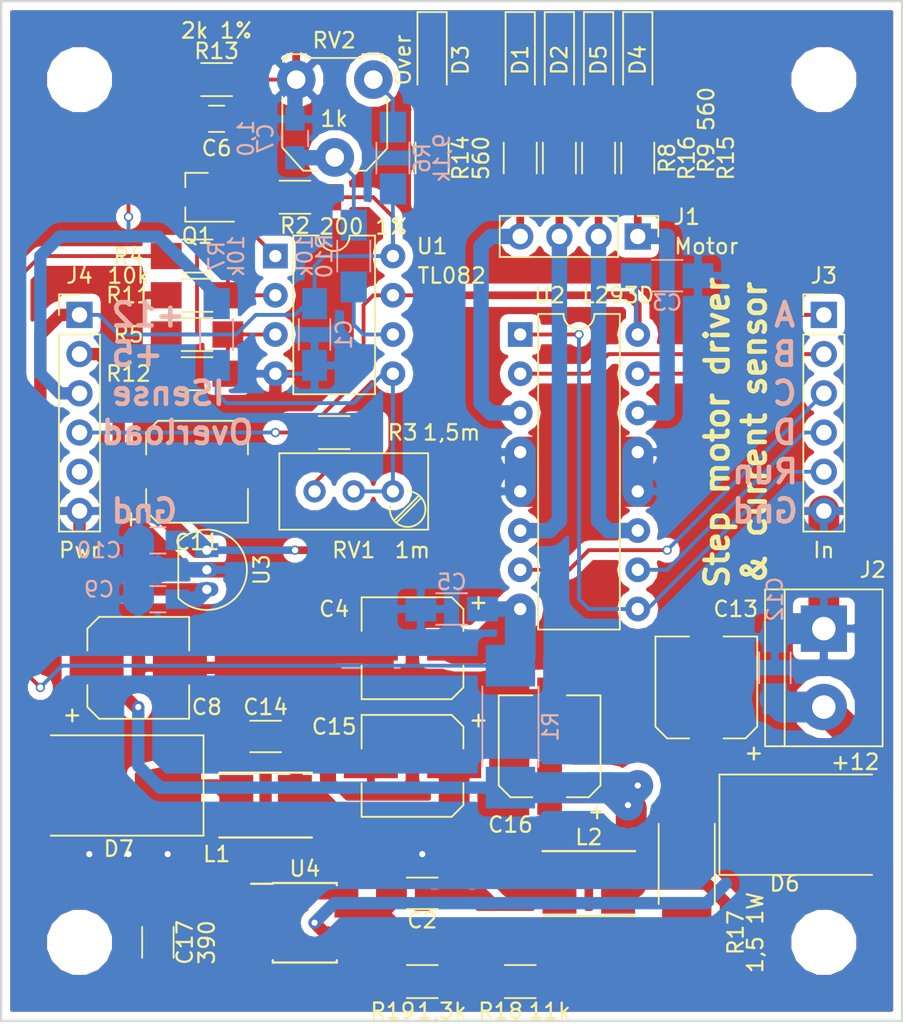
<source format=kicad_pcb>
(kicad_pcb (version 4) (host pcbnew 4.0.7)
  (layers (0 F.Cu signal) (31 B.Cu signal) (34 B.Paste user) (35 F.Paste user) (36 B.SilkS user) (37 F.SilkS user) (38 B.Mask user) (39 F.Mask user) (44 Edge.Cuts user))
  (net 0 "")
  (net 1 +12V)
  (net 2 GND)
  (net 3 /MPower)
  (net 4 +5V)
  (net 5 "Net-(D1-Pad2)")
  (net 6 "Net-(D2-Pad2)")
  (net 7 "Net-(D3-Pad2)")
  (net 8 "Net-(D4-Pad2)")
  (net 9 "Net-(D5-Pad2)")
  (net 10 "Net-(J1-Pad1)")
  (net 11 "Net-(J1-Pad2)")
  (net 12 "Net-(J1-Pad3)")
  (net 13 "Net-(J1-Pad4)")
  (net 14 "Net-(Q1-Pad3)")
  (net 15 /Overload)
  (net 16 "Net-(R11-Pad1)")
  (net 17 "Net-(R12-Pad1)")
  (net 18 /Run)
  (net 19 /Sense)
  (net 20 /MA)
  (net 21 /MC)
  (net 22 /MB)
  (net 23 /MD)
  (net 24 "Net-(C7-Pad1)")
  (net 25 "Net-(C14-Pad1)")
  (net 26 "Net-(C17-Pad1)")
  (net 27 /Buck/Power_In)
  (net 28 "Net-(D7-Pad1)")
  (net 29 "Net-(Q1-Pad1)")
  (net 30 "Net-(R3-Pad2)")
  (net 31 "Net-(R6-Pad1)")
  (net 32 "Net-(R7-Pad1)")
  (net 33 "Net-(R10-Pad1)")
  (net 34 "Net-(R18-Pad1)")
  (net 35 "Net-(C2-Pad2)")
  (net 36 "Net-(C13-Pad1)")
  (module Mounting_Holes:MountingHole_3.2mm_M3 (layer F.Cu) (at 91.44 43.18)
    (fp_text reference Hole hide)
    (fp_text value "" hide)
    (pad 1 np_thru_hole circle (at 0 0) (size 3.2 3.2) (drill 3.2) (layers *.Cu *.Mask))
  )
  (module Mounting_Holes:MountingHole_3.2mm_M3 (layer F.Cu) (at 139.7 43.18)
    (fp_text reference Hole hide)
    (fp_text value "" hide)
    (pad 1 np_thru_hole circle (at 0 0) (size 3.2 3.2) (drill 3.2) (layers *.Cu *.Mask))
  )
  (module Mounting_Holes:MountingHole_3.2mm_M3 (layer F.Cu) (at 139.7 99.06)
    (fp_text reference Hole hide)
    (fp_text value "" hide)
    (pad 1 np_thru_hole circle (at 0 0) (size 3.2 3.2) (drill 3.2) (layers *.Cu *.Mask))
  )
  (module Capacitors_SMD:CP_Elec_6.3x5.3 (layer F.Cu) (at 95.25 81.28)
    (fp_text reference C8 (at 4.445 2.54) (layer F.SilkS))
    (fp_text value 47,0)
    (fp_text user + (at -4.28 3.01) (layer F.SilkS))
    (pad 1 smd rect (at -2.7 0 180) (size 3.5 1.6) (layers F.Cu F.Paste F.Mask) (net 1 +12V))
    (pad 2 smd rect (at 2.7 0 180) (size 3.5 1.6) (layers F.Cu F.Paste F.Mask) (net 2 GND))
  )
  (module Capacitors_SMD:C_0805_HandSoldering (layer B.Cu) (at 96.52 76.835 180)
    (fp_text reference C9 (at 3.81 0.635 180) (layer B.SilkS) (effects (justify mirror)))
    (fp_text value 0,33)
    (pad 1 smd rect (at -1.25 0 180) (size 1.5 1.25) (layers B.Cu B.Paste B.Mask) (net 1 +12V))
    (pad 2 smd rect (at 1.25 0 180) (size 1.5 1.25) (layers B.Cu B.Paste B.Mask) (net 2 GND))
  )
  (module Capacitors_SMD:C_0805_HandSoldering (layer B.Cu) (at 96.52 73.025 180)
    (fp_text reference C10 (at 3.81 -0.635 180) (layer B.SilkS) (effects (justify mirror)))
    (fp_text value 0,33)
    (pad 1 smd rect (at -1.25 0 180) (size 1.5 1.25) (layers B.Cu B.Paste B.Mask) (net 4 +5V))
    (pad 2 smd rect (at 1.25 0 180) (size 1.5 1.25) (layers B.Cu B.Paste B.Mask) (net 2 GND))
  )
  (module Capacitors_SMD:CP_Elec_6.3x5.7 (layer F.Cu) (at 99.06 68.58)
    (fp_text reference C11 (at 0 4.56) (layer F.SilkS))
    (fp_text value 100,0)
    (fp_text user + (at -4.28 3.01) (layer F.SilkS))
    (pad 1 smd rect (at -2.7 0 180) (size 3.5 1.6) (layers F.Cu F.Paste F.Mask) (net 4 +5V))
    (pad 2 smd rect (at 2.7 0 180) (size 3.5 1.6) (layers F.Cu F.Paste F.Mask) (net 2 GND))
  )
  (module LEDs:LED_1206_HandSoldering (layer F.Cu) (at 120.015 41.91 270)
    (fp_text reference D1 (at 0 0 270) (layer F.SilkS))
    (fp_text value A)
    (pad 1 smd rect (at -2 0 270) (size 2 1.7) (layers F.Cu F.Paste F.Mask) (net 2 GND))
    (pad 2 smd rect (at 2 0 270) (size 2 1.7) (layers F.Cu F.Paste F.Mask) (net 5 "Net-(D1-Pad2)"))
  )
  (module LEDs:LED_1206_HandSoldering (layer F.Cu) (at 122.555 41.91 270)
    (fp_text reference D2 (at 0 0 270) (layer F.SilkS))
    (fp_text value B)
    (pad 1 smd rect (at -2 0 270) (size 2 1.7) (layers F.Cu F.Paste F.Mask) (net 2 GND))
    (pad 2 smd rect (at 2 0 270) (size 2 1.7) (layers F.Cu F.Paste F.Mask) (net 6 "Net-(D2-Pad2)"))
  )
  (module LEDs:LED_1206_HandSoldering (layer F.Cu) (at 127.635 41.91 270)
    (fp_text reference D4 (at 0 0 270) (layer F.SilkS))
    (fp_text value D)
    (pad 1 smd rect (at -2 0 270) (size 2 1.7) (layers F.Cu F.Paste F.Mask) (net 2 GND))
    (pad 2 smd rect (at 2 0 270) (size 2 1.7) (layers F.Cu F.Paste F.Mask) (net 8 "Net-(D4-Pad2)"))
  )
  (module LEDs:LED_1206_HandSoldering (layer F.Cu) (at 125.095 41.91 270)
    (fp_text reference D5 (at 0 0 270) (layer F.SilkS))
    (fp_text value C)
    (pad 1 smd rect (at -2 0 270) (size 2 1.7) (layers F.Cu F.Paste F.Mask) (net 2 GND))
    (pad 2 smd rect (at 2 0 270) (size 2 1.7) (layers F.Cu F.Paste F.Mask) (net 9 "Net-(D5-Pad2)"))
  )
  (module Pin_Headers:Pin_Header_Straight_1x04_Pitch2.54mm (layer F.Cu) (at 127.635 53.34 270)
    (fp_text reference J1 (at -1.27 -3.175 360) (layer F.SilkS))
    (fp_text value Motor (at 0.635 -4.445 360) (layer F.SilkS))
    (pad 1 thru_hole rect (at 0 0 270) (size 1.7 1.7) (drill 1) (layers *.Cu *.Mask) (net 10 "Net-(J1-Pad1)"))
    (pad 2 thru_hole oval (at 0 2.54 270) (size 1.7 1.7) (drill 1) (layers *.Cu *.Mask) (net 11 "Net-(J1-Pad2)"))
    (pad 3 thru_hole oval (at 0 5.08 270) (size 1.7 1.7) (drill 1) (layers *.Cu *.Mask) (net 12 "Net-(J1-Pad3)"))
    (pad 4 thru_hole oval (at 0 7.62 270) (size 1.7 1.7) (drill 1) (layers *.Cu *.Mask) (net 13 "Net-(J1-Pad4)"))
  )
  (module Resistors_SMD:R_1206_HandSoldering (layer F.Cu) (at 120.015 48.26 270)
    (fp_text reference R8 (at 0 -9.525 270) (layer F.SilkS))
    (fp_text value 560)
    (pad 1 smd rect (at -2 0 270) (size 2 1.7) (layers F.Cu F.Paste F.Mask) (net 5 "Net-(D1-Pad2)"))
    (pad 2 smd rect (at 2 0 270) (size 2 1.7) (layers F.Cu F.Paste F.Mask) (net 13 "Net-(J1-Pad4)"))
  )
  (module Resistors_SMD:R_1206_HandSoldering (layer F.Cu) (at 122.555 48.26 270)
    (fp_text reference R9 (at 0 -9.525 270) (layer F.SilkS))
    (fp_text value 560)
    (pad 1 smd rect (at -2 0 270) (size 2 1.7) (layers F.Cu F.Paste F.Mask) (net 6 "Net-(D2-Pad2)"))
    (pad 2 smd rect (at 2 0 270) (size 2 1.7) (layers F.Cu F.Paste F.Mask) (net 12 "Net-(J1-Pad3)"))
  )
  (module Resistors_SMD:R_1206_HandSoldering (layer F.Cu) (at 127.635 48.26 90)
    (fp_text reference R15 (at 0 5.715 90) (layer F.SilkS))
    (fp_text value 560 (at 3.175 4.445 90) (layer F.SilkS))
    (pad 1 smd rect (at -2 0 90) (size 2 1.7) (layers F.Cu F.Paste F.Mask) (net 10 "Net-(J1-Pad1)"))
    (pad 2 smd rect (at 2 0 90) (size 2 1.7) (layers F.Cu F.Paste F.Mask) (net 8 "Net-(D4-Pad2)"))
  )
  (module Resistors_SMD:R_1206_HandSoldering (layer F.Cu) (at 125.095 48.26 90)
    (fp_text reference R16 (at 0 5.715 90) (layer F.SilkS))
    (fp_text value 560)
    (pad 1 smd rect (at -2 0 90) (size 2 1.7) (layers F.Cu F.Paste F.Mask) (net 11 "Net-(J1-Pad2)"))
    (pad 2 smd rect (at 2 0 90) (size 2 1.7) (layers F.Cu F.Paste F.Mask) (net 9 "Net-(D5-Pad2)"))
  )
  (module Housings_DIP:DIP-16_W7.62mm (layer F.Cu) (at 120.015 59.69)
    (fp_text reference U2 (at 1.905 -2.54) (layer F.SilkS))
    (fp_text value L293D (at 6.35 -2.54) (layer F.SilkS))
    (pad 1 thru_hole rect (at 0 0) (size 1.6 1.6) (drill 0.8) (layers *.Cu *.Mask) (net 18 /Run))
    (pad 9 thru_hole oval (at 7.62 17.78) (size 1.6 1.6) (drill 0.8) (layers *.Cu *.Mask) (net 18 /Run))
    (pad 2 thru_hole oval (at 0 2.54) (size 1.6 1.6) (drill 0.8) (layers *.Cu *.Mask) (net 20 /MA))
    (pad 10 thru_hole oval (at 7.62 15.24) (size 1.6 1.6) (drill 0.8) (layers *.Cu *.Mask) (net 21 /MC))
    (pad 3 thru_hole oval (at 0 5.08) (size 1.6 1.6) (drill 0.8) (layers *.Cu *.Mask) (net 13 "Net-(J1-Pad4)"))
    (pad 11 thru_hole oval (at 7.62 12.7) (size 1.6 1.6) (drill 0.8) (layers *.Cu *.Mask) (net 11 "Net-(J1-Pad2)"))
    (pad 4 thru_hole oval (at 0 7.62) (size 1.6 1.6) (drill 0.8) (layers *.Cu *.Mask) (net 2 GND))
    (pad 12 thru_hole oval (at 7.62 10.16) (size 1.6 1.6) (drill 0.8) (layers *.Cu *.Mask) (net 2 GND))
    (pad 5 thru_hole oval (at 0 10.16) (size 1.6 1.6) (drill 0.8) (layers *.Cu *.Mask) (net 2 GND))
    (pad 13 thru_hole oval (at 7.62 7.62) (size 1.6 1.6) (drill 0.8) (layers *.Cu *.Mask) (net 2 GND))
    (pad 6 thru_hole oval (at 0 12.7) (size 1.6 1.6) (drill 0.8) (layers *.Cu *.Mask) (net 12 "Net-(J1-Pad3)"))
    (pad 14 thru_hole oval (at 7.62 5.08) (size 1.6 1.6) (drill 0.8) (layers *.Cu *.Mask) (net 10 "Net-(J1-Pad1)"))
    (pad 7 thru_hole oval (at 0 15.24) (size 1.6 1.6) (drill 0.8) (layers *.Cu *.Mask) (net 22 /MB))
    (pad 15 thru_hole oval (at 7.62 2.54) (size 1.6 1.6) (drill 0.8) (layers *.Cu *.Mask) (net 23 /MD))
    (pad 8 thru_hole oval (at 0 17.78) (size 1.6 1.6) (drill 0.8) (layers *.Cu *.Mask) (net 3 /MPower))
    (pad 16 thru_hole oval (at 7.62 0) (size 1.6 1.6) (drill 0.8) (layers *.Cu *.Mask) (net 4 +5V))
  )
  (module TO_SOT_Packages_THT:TO-92_Inline_Narrow_Oval (layer F.Cu) (at 99.695 73.66 270)
    (fp_text reference U3 (at 1.27 -3.56 270) (layer F.SilkS))
    (fp_text value L78L05)
    (pad 2 thru_hole oval (at 1.27 0 90) (size 0.9 1.5) (drill 0.6) (layers *.Cu *.Mask) (net 2 GND))
    (pad 3 thru_hole oval (at 2.54 0 90) (size 0.9 1.5) (drill 0.6) (layers *.Cu *.Mask) (net 1 +12V))
    (pad 1 thru_hole rect (at 0 0 90) (size 0.9 1.5) (drill 0.6) (layers *.Cu *.Mask) (net 4 +5V))
  )
  (module Connectors_Terminal_Blocks:TerminalBlock_bornier-2_P5.08mm (layer F.Cu) (at 139.7 78.74 270)
    (fp_text reference J2 (at -3.81 -3.175 360) (layer F.SilkS))
    (fp_text value +12 (at 8.636 -2.032 360) (layer F.SilkS))
    (pad 1 thru_hole rect (at 0 0 270) (size 3 3) (drill 1.52) (layers *.Cu *.Mask) (net 2 GND))
    (pad 2 thru_hole circle (at 5.08 0 270) (size 3 3) (drill 1.52) (layers *.Cu *.Mask) (net 27 /Buck/Power_In))
  )
  (module Capacitors_SMD:C_1206_HandSoldering (layer B.Cu) (at 129.54 55.88)
    (fp_text reference C3 (at 0 1.75) (layer B.SilkS) (effects (justify mirror)))
    (fp_text value 0,1)
    (pad 1 smd rect (at -2 0) (size 2 1.6) (layers B.Cu B.Paste B.Mask) (net 4 +5V))
    (pad 2 smd rect (at 2 0) (size 2 1.6) (layers B.Cu B.Paste B.Mask) (net 2 GND))
  )
  (module Capacitors_SMD:C_1206_HandSoldering (layer B.Cu) (at 106.68 59.69 270)
    (fp_text reference C1 (at 0 -1.905 270) (layer B.SilkS) (effects (justify mirror)))
    (fp_text value 0,1)
    (pad 1 smd rect (at -2 0 270) (size 2 1.6) (layers B.Cu B.Paste B.Mask) (net 1 +12V))
    (pad 2 smd rect (at 2 0 270) (size 2 1.6) (layers B.Cu B.Paste B.Mask) (net 2 GND))
  )
  (module Capacitors_SMD:CP_Elec_6.3x5.3 (layer F.Cu) (at 113.03 80.01 180)
    (fp_text reference C4 (at 5.08 2.54 180) (layer F.SilkS))
    (fp_text value 47,0)
    (fp_text user + (at -4.28 3.01 180) (layer F.SilkS))
    (pad 1 smd rect (at -2.7 0) (size 3.5 1.6) (layers F.Cu F.Paste F.Mask) (net 3 /MPower))
    (pad 2 smd rect (at 2.7 0) (size 3.5 1.6) (layers F.Cu F.Paste F.Mask) (net 2 GND))
  )
  (module Capacitors_SMD:C_1206_HandSoldering (layer B.Cu) (at 115.57 77.47 180)
    (fp_text reference C5 (at 0 1.75 180) (layer B.SilkS) (effects (justify mirror)))
    (fp_text value 0,1)
    (pad 1 smd rect (at -2 0 180) (size 2 1.6) (layers B.Cu B.Paste B.Mask) (net 3 /MPower))
    (pad 2 smd rect (at 2 0 180) (size 2 1.6) (layers B.Cu B.Paste B.Mask) (net 2 GND))
  )
  (module Capacitors_SMD:C_0805_HandSoldering (layer F.Cu) (at 100.33 45.72)
    (fp_text reference C6 (at 0 1.905) (layer F.SilkS))
    (fp_text value 1,0)
    (pad 1 smd rect (at -1.25 0) (size 1.5 1.25) (layers F.Cu F.Paste F.Mask) (net 19 /Sense))
    (pad 2 smd rect (at 1.25 0) (size 1.5 1.25) (layers F.Cu F.Paste F.Mask) (net 2 GND))
  )
  (module Capacitors_SMD:C_0805_HandSoldering (layer B.Cu) (at 105.41 46.99 90)
    (fp_text reference C7 (at 0 -1.905 90) (layer B.SilkS) (effects (justify mirror)))
    (fp_text value 1,0 (at 0 -3.175 90) (layer B.SilkS) (effects (justify mirror)))
    (pad 1 smd rect (at -1.25 0 90) (size 1.5 1.25) (layers B.Cu B.Paste B.Mask) (net 24 "Net-(C7-Pad1)"))
    (pad 2 smd rect (at 1.25 0 90) (size 1.5 1.25) (layers B.Cu B.Paste B.Mask) (net 2 GND))
  )
  (module Capacitors_SMD:C_1206_HandSoldering (layer B.Cu) (at 136.525 81.28 270)
    (fp_text reference C12 (at -4.445 0 270) (layer B.SilkS) (effects (justify mirror)))
    (fp_text value 0,1)
    (pad 1 smd rect (at -2 0 270) (size 2 1.6) (layers B.Cu B.Paste B.Mask) (net 2 GND))
    (pad 2 smd rect (at 2 0 270) (size 2 1.6) (layers B.Cu B.Paste B.Mask) (net 27 /Buck/Power_In))
  )
  (module Capacitors_SMD:CP_Elec_6.3x5.7 (layer F.Cu) (at 132.08 82.55 90)
    (fp_text reference C13 (at 5.08 1.905 180) (layer F.SilkS))
    (fp_text value 100,0)
    (fp_text user + (at -4.28 3.01 90) (layer F.SilkS))
    (pad 1 smd rect (at -2.7 0 270) (size 3.5 1.6) (layers F.Cu F.Paste F.Mask) (net 36 "Net-(C13-Pad1)"))
    (pad 2 smd rect (at 2.7 0 270) (size 3.5 1.6) (layers F.Cu F.Paste F.Mask) (net 2 GND))
  )
  (module Capacitors_SMD:C_1206_HandSoldering (layer F.Cu) (at 103.505 85.725 180)
    (fp_text reference C14 (at 0 1.905 180) (layer F.SilkS))
    (fp_text value 0,1)
    (pad 1 smd rect (at -2 0 180) (size 2 1.6) (layers F.Cu F.Paste F.Mask) (net 25 "Net-(C14-Pad1)"))
    (pad 2 smd rect (at 2 0 180) (size 2 1.6) (layers F.Cu F.Paste F.Mask) (net 2 GND))
  )
  (module Capacitors_SMD:CP_Elec_6.3x5.7 (layer F.Cu) (at 113.03 87.63 180)
    (fp_text reference C15 (at 5.08 2.54 180) (layer F.SilkS))
    (fp_text value 220,0)
    (fp_text user + (at -4.28 3.01 180) (layer F.SilkS))
    (pad 1 smd rect (at -2.7 0) (size 3.5 1.6) (layers F.Cu F.Paste F.Mask) (net 25 "Net-(C14-Pad1)"))
    (pad 2 smd rect (at 2.7 0) (size 3.5 1.6) (layers F.Cu F.Paste F.Mask) (net 2 GND))
  )
  (module Capacitors_SMD:CP_Elec_6.3x5.7 (layer F.Cu) (at 121.92 86.36 90)
    (fp_text reference C16 (at -5.08 -2.54 180) (layer F.SilkS))
    (fp_text value 100,0)
    (fp_text user + (at -4.28 3.01 90) (layer F.SilkS))
    (pad 1 smd rect (at -2.7 0 270) (size 3.5 1.6) (layers F.Cu F.Paste F.Mask) (net 1 +12V))
    (pad 2 smd rect (at 2.7 0 270) (size 3.5 1.6) (layers F.Cu F.Paste F.Mask) (net 2 GND))
  )
  (module Capacitors_SMD:C_1206_HandSoldering (layer F.Cu) (at 96.52 99.06 270)
    (fp_text reference C17 (at 0 -1.75 270) (layer F.SilkS))
    (fp_text value 390 (at 0 -3.175 270) (layer F.SilkS))
    (pad 1 smd rect (at -2 0 270) (size 2 1.6) (layers F.Cu F.Paste F.Mask) (net 26 "Net-(C17-Pad1)"))
    (pad 2 smd rect (at 2 0 270) (size 2 1.6) (layers F.Cu F.Paste F.Mask) (net 2 GND))
  )
  (module LEDs:LED_1206_HandSoldering (layer F.Cu) (at 114.3 41.91 270)
    (fp_text reference D3 (at 0 -1.85 270) (layer F.SilkS))
    (fp_text value Over (at 0 1.9 270) (layer F.SilkS))
    (pad 1 smd rect (at -2 0 270) (size 2 1.7) (layers F.Cu F.Paste F.Mask) (net 2 GND))
    (pad 2 smd rect (at 2 0 270) (size 2 1.7) (layers F.Cu F.Paste F.Mask) (net 7 "Net-(D3-Pad2)"))
  )
  (module Diodes_SMD:D_SMB-SMC_Universal_Handsoldering (layer F.Cu) (at 138.43 91.44)
    (fp_text reference D6 (at -1.27 3.81) (layer F.SilkS))
    (fp_text value SS34)
    (pad 1 smd trapezoid (at -3.2 0) (size 4.3 2.6) (rect_delta 1 0) (layers F.Cu F.Paste F.Mask) (net 36 "Net-(C13-Pad1)"))
    (pad 2 smd trapezoid (at 3.2 0 180) (size 4.3 2.6) (rect_delta 1 0) (layers F.Cu F.Paste F.Mask) (net 27 /Buck/Power_In))
  )
  (module Diodes_SMD:D_SMB-SMC_Universal_Handsoldering (layer F.Cu) (at 93.98 88.9 180)
    (fp_text reference D7 (at 0 -4.1 180) (layer F.SilkS))
    (fp_text value SS34)
    (pad 1 smd trapezoid (at -3.2 0 180) (size 4.3 2.6) (rect_delta 1 0) (layers F.Cu F.Paste F.Mask) (net 28 "Net-(D7-Pad1)"))
    (pad 2 smd trapezoid (at 3.2 0) (size 4.3 2.6) (rect_delta 1 0) (layers F.Cu F.Paste F.Mask) (net 2 GND))
  )
  (module Resistors_SMD:R_2512_HandSoldering (layer B.Cu) (at 119.38 85.09 90)
    (fp_text reference R1 (at 0 2.6 90) (layer B.SilkS) (effects (justify mirror)))
    (fp_text value "0,2 2W 1%")
    (pad 1 smd rect (at -3.95 0 90) (size 2.7 3.2) (layers B.Cu B.Paste B.Mask) (net 1 +12V))
    (pad 2 smd rect (at 3.95 0 90) (size 2.7 3.2) (layers B.Cu B.Paste B.Mask) (net 3 /MPower))
  )
  (module Resistors_SMD:R_1206_HandSoldering (layer F.Cu) (at 105.41 50.8 180)
    (fp_text reference R2 (at 0 -1.85 180) (layer F.SilkS))
    (fp_text value "200 1%" (at -4.445 -1.905 180) (layer F.SilkS))
    (pad 1 smd rect (at -2 0 180) (size 2 1.7) (layers F.Cu F.Paste F.Mask) (net 1 +12V))
    (pad 2 smd rect (at 2 0 180) (size 2 1.7) (layers F.Cu F.Paste F.Mask) (net 14 "Net-(Q1-Pad3)"))
  )
  (module Resistors_SMD:R_1206_HandSoldering (layer F.Cu) (at 107.95 66.04)
    (fp_text reference R3 (at 4.445 0) (layer F.SilkS))
    (fp_text value 1,5m (at 7.62 0) (layer F.SilkS))
    (pad 1 smd rect (at -2 0) (size 2 1.7) (layers F.Cu F.Paste F.Mask) (net 15 /Overload))
    (pad 2 smd rect (at 2 0) (size 2 1.7) (layers F.Cu F.Paste F.Mask) (net 30 "Net-(R3-Pad2)"))
  )
  (module Resistors_SMD:R_1206_HandSoldering (layer F.Cu) (at 99.06 54.61)
    (fp_text reference R4 (at -4.445 0) (layer F.SilkS))
    (fp_text value 10k)
    (pad 1 smd rect (at -2 0) (size 2 1.7) (layers F.Cu F.Paste F.Mask) (net 3 /MPower))
    (pad 2 smd rect (at 2 0) (size 2 1.7) (layers F.Cu F.Paste F.Mask) (net 16 "Net-(R11-Pad1)"))
  )
  (module Resistors_SMD:R_1206_HandSoldering (layer F.Cu) (at 99.06 59.69)
    (fp_text reference R5 (at -4.445 0) (layer F.SilkS))
    (fp_text value 10k)
    (pad 1 smd rect (at -2 0) (size 2 1.7) (layers F.Cu F.Paste F.Mask) (net 14 "Net-(Q1-Pad3)"))
    (pad 2 smd rect (at 2 0) (size 2 1.7) (layers F.Cu F.Paste F.Mask) (net 17 "Net-(R12-Pad1)"))
  )
  (module Resistors_SMD:R_1206_HandSoldering (layer B.Cu) (at 111.76 48.26 270)
    (fp_text reference R6 (at 0 -1.905 270) (layer B.SilkS) (effects (justify mirror)))
    (fp_text value 9,1k (at 0 -3.175 270) (layer B.SilkS) (effects (justify mirror)))
    (pad 1 smd rect (at -2 0 270) (size 2 1.7) (layers B.Cu B.Paste B.Mask) (net 31 "Net-(R6-Pad1)"))
    (pad 2 smd rect (at 2 0 270) (size 2 1.7) (layers B.Cu B.Paste B.Mask) (net 1 +12V))
  )
  (module Resistors_SMD:R_1206_HandSoldering (layer B.Cu) (at 100.33 59.69 90)
    (fp_text reference R7 (at 5.08 0 90) (layer B.SilkS) (effects (justify mirror)))
    (fp_text value 10k (at 5.08 1.27 90) (layer B.SilkS) (effects (justify mirror)))
    (pad 1 smd rect (at -2 0 90) (size 2 1.7) (layers B.Cu B.Paste B.Mask) (net 32 "Net-(R7-Pad1)"))
    (pad 2 smd rect (at 2 0 90) (size 2 1.7) (layers B.Cu B.Paste B.Mask) (net 19 /Sense))
  )
  (module Resistors_SMD:R_1206_HandSoldering (layer B.Cu) (at 109.22 54.61 90)
    (fp_text reference R10 (at 0 -1.905 90) (layer B.SilkS) (effects (justify mirror)))
    (fp_text value 10k (at 0 -3.175 90) (layer B.SilkS) (effects (justify mirror)))
    (pad 1 smd rect (at -2 0 90) (size 2 1.7) (layers B.Cu B.Paste B.Mask) (net 33 "Net-(R10-Pad1)"))
    (pad 2 smd rect (at 2 0 90) (size 2 1.7) (layers B.Cu B.Paste B.Mask) (net 24 "Net-(C7-Pad1)"))
  )
  (module Resistors_SMD:R_1206_HandSoldering (layer F.Cu) (at 99.06 57.15 180)
    (fp_text reference R11 (at 4.445 0 180) (layer F.SilkS))
    (fp_text value 10k (at 4.445 1.27 180) (layer F.SilkS))
    (pad 1 smd rect (at -2 0 180) (size 2 1.7) (layers F.Cu F.Paste F.Mask) (net 16 "Net-(R11-Pad1)"))
    (pad 2 smd rect (at 2 0 180) (size 2 1.7) (layers F.Cu F.Paste F.Mask) (net 2 GND))
  )
  (module Resistors_SMD:R_1206_HandSoldering (layer F.Cu) (at 99.06 62.23 180)
    (fp_text reference R12 (at 4.445 0 180) (layer F.SilkS))
    (fp_text value 10k)
    (pad 1 smd rect (at -2 0 180) (size 2 1.7) (layers F.Cu F.Paste F.Mask) (net 17 "Net-(R12-Pad1)"))
    (pad 2 smd rect (at 2 0 180) (size 2 1.7) (layers F.Cu F.Paste F.Mask) (net 2 GND))
  )
  (module Resistors_SMD:R_1206_HandSoldering (layer F.Cu) (at 100.33 43.18)
    (fp_text reference R13 (at 0 -1.85) (layer F.SilkS))
    (fp_text value "2k 1%" (at 0 -3.175) (layer F.SilkS))
    (pad 1 smd rect (at -2 0) (size 2 1.7) (layers F.Cu F.Paste F.Mask) (net 19 /Sense))
    (pad 2 smd rect (at 2 0) (size 2 1.7) (layers F.Cu F.Paste F.Mask) (net 2 GND))
  )
  (module Resistors_SMD:R_1206_HandSoldering (layer F.Cu) (at 114.3 48.26 270)
    (fp_text reference R14 (at 0 -1.85 270) (layer F.SilkS))
    (fp_text value 560 (at 0 -3.175 270) (layer F.SilkS))
    (pad 1 smd rect (at -2 0 270) (size 2 1.7) (layers F.Cu F.Paste F.Mask) (net 7 "Net-(D3-Pad2)"))
    (pad 2 smd rect (at 2 0 270) (size 2 1.7) (layers F.Cu F.Paste F.Mask) (net 15 /Overload))
  )
  (module Resistors_SMD:R_2512_HandSoldering (layer F.Cu) (at 130.81 93.98 270)
    (fp_text reference R17 (at 4.445 -3.175 270) (layer F.SilkS))
    (fp_text value "1,5 1W" (at 4.445 -4.445 270) (layer F.SilkS))
    (pad 1 smd rect (at -3.95 0 270) (size 2.7 3.2) (layers F.Cu F.Paste F.Mask) (net 36 "Net-(C13-Pad1)"))
    (pad 2 smd rect (at 3.95 0 270) (size 2.7 3.2) (layers F.Cu F.Paste F.Mask) (net 35 "Net-(C2-Pad2)"))
  )
  (module Resistors_SMD:R_1206_HandSoldering (layer F.Cu) (at 120.015 101.6)
    (fp_text reference R18 (at -1.27 1.905) (layer F.SilkS))
    (fp_text value 11k (at 1.905 1.905) (layer F.SilkS))
    (pad 1 smd rect (at -2 0) (size 2 1.7) (layers F.Cu F.Paste F.Mask) (net 34 "Net-(R18-Pad1)"))
    (pad 2 smd rect (at 2 0) (size 2 1.7) (layers F.Cu F.Paste F.Mask) (net 1 +12V))
  )
  (module Resistors_SMD:R_1206_HandSoldering (layer F.Cu) (at 113.665 101.6 180)
    (fp_text reference R19 (at 1.905 -1.905 180) (layer F.SilkS))
    (fp_text value 1,3k (at -1.27 -1.905 180) (layer F.SilkS))
    (pad 1 smd rect (at -2 0 180) (size 2 1.7) (layers F.Cu F.Paste F.Mask) (net 34 "Net-(R18-Pad1)"))
    (pad 2 smd rect (at 2 0 180) (size 2 1.7) (layers F.Cu F.Paste F.Mask) (net 2 GND))
  )
  (module Potentiometers:Potentiometer_Trimmer_Bourns_3296W (layer F.Cu) (at 111.76 69.85)
    (fp_text reference RV1 (at -2.54 3.81) (layer F.SilkS))
    (fp_text value 1m (at 1.27 3.81) (layer F.SilkS))
    (pad 1 thru_hole circle (at 0 0) (size 1.44 1.44) (drill 0.8) (layers *.Cu *.Mask) (net 32 "Net-(R7-Pad1)"))
    (pad 2 thru_hole circle (at -2.54 0) (size 1.44 1.44) (drill 0.8) (layers *.Cu *.Mask) (net 32 "Net-(R7-Pad1)"))
    (pad 3 thru_hole circle (at -5.08 0) (size 1.44 1.44) (drill 0.8) (layers *.Cu *.Mask) (net 30 "Net-(R3-Pad2)"))
  )
  (module Potentiometers:Potentiometer_Triwood_RM-065 (layer F.Cu) (at 110.49 43.18 180)
    (fp_text reference RV2 (at 2.54 2.54 360) (layer F.SilkS))
    (fp_text value 1k (at 2.54 -2.54 180) (layer F.SilkS))
    (pad 2 thru_hole circle (at 2.5 -5.04 180) (size 2.5 2.5) (drill 1.2) (layers *.Cu *.Mask) (net 24 "Net-(C7-Pad1)"))
    (pad 3 thru_hole circle (at 5 0 180) (size 2.5 2.5) (drill 1.2) (layers *.Cu *.Mask) (net 2 GND))
    (pad 1 thru_hole circle (at 0 0 180) (size 2.5 2.5) (drill 1.2) (layers *.Cu *.Mask) (net 31 "Net-(R6-Pad1)"))
  )
  (module Housings_DIP:DIP-8_W7.62mm (layer F.Cu) (at 104.14 54.61)
    (fp_text reference U1 (at 10.16 -0.635) (layer F.SilkS))
    (fp_text value TL082 (at 11.43 1.27) (layer F.SilkS))
    (pad 1 thru_hole rect (at 0 0) (size 1.6 1.6) (drill 0.8) (layers *.Cu *.Mask) (net 29 "Net-(Q1-Pad1)"))
    (pad 5 thru_hole oval (at 7.62 7.62) (size 1.6 1.6) (drill 0.8) (layers *.Cu *.Mask) (net 32 "Net-(R7-Pad1)"))
    (pad 2 thru_hole oval (at 0 2.54) (size 1.6 1.6) (drill 0.8) (layers *.Cu *.Mask) (net 16 "Net-(R11-Pad1)"))
    (pad 6 thru_hole oval (at 7.62 5.08) (size 1.6 1.6) (drill 0.8) (layers *.Cu *.Mask) (net 33 "Net-(R10-Pad1)"))
    (pad 3 thru_hole oval (at 0 5.08) (size 1.6 1.6) (drill 0.8) (layers *.Cu *.Mask) (net 17 "Net-(R12-Pad1)"))
    (pad 7 thru_hole oval (at 7.62 2.54) (size 1.6 1.6) (drill 0.8) (layers *.Cu *.Mask) (net 15 /Overload))
    (pad 4 thru_hole oval (at 0 7.62) (size 1.6 1.6) (drill 0.8) (layers *.Cu *.Mask) (net 2 GND))
    (pad 8 thru_hole oval (at 7.62 0) (size 1.6 1.6) (drill 0.8) (layers *.Cu *.Mask) (net 1 +12V))
  )
  (module Pin_Headers:Pin_Header_Straight_1x06_Pitch2.54mm (layer F.Cu) (at 139.7 58.42)
    (fp_text reference J3 (at 0 -2.54 180) (layer F.SilkS))
    (fp_text value In (at 0 15.24 180) (layer F.SilkS))
    (pad 1 thru_hole rect (at 0 0) (size 1.7 1.7) (drill 1) (layers *.Cu *.Mask) (net 20 /MA))
    (pad 2 thru_hole oval (at 0 2.54) (size 1.7 1.7) (drill 1) (layers *.Cu *.Mask) (net 23 /MD))
    (pad 3 thru_hole oval (at 0 5.08) (size 1.7 1.7) (drill 1) (layers *.Cu *.Mask) (net 22 /MB))
    (pad 4 thru_hole oval (at 0 7.62) (size 1.7 1.7) (drill 1) (layers *.Cu *.Mask) (net 21 /MC))
    (pad 5 thru_hole oval (at 0 10.16) (size 1.7 1.7) (drill 1) (layers *.Cu *.Mask) (net 18 /Run))
    (pad 6 thru_hole oval (at 0 12.7) (size 1.7 1.7) (drill 1) (layers *.Cu *.Mask) (net 2 GND))
  )
  (module Pin_Headers:Pin_Header_Straight_1x06_Pitch2.54mm (layer F.Cu) (at 91.44 58.42)
    (fp_text reference J4 (at 0 -2.54) (layer F.SilkS))
    (fp_text value Pwr (at 0 15.24) (layer F.SilkS))
    (pad 1 thru_hole rect (at 0 0) (size 1.7 1.7) (drill 1) (layers *.Cu *.Mask) (net 1 +12V))
    (pad 2 thru_hole oval (at 0 2.54) (size 1.7 1.7) (drill 1) (layers *.Cu *.Mask) (net 4 +5V))
    (pad 3 thru_hole oval (at 0 5.08) (size 1.7 1.7) (drill 1) (layers *.Cu *.Mask) (net 19 /Sense))
    (pad 4 thru_hole oval (at 0 7.62) (size 1.7 1.7) (drill 1) (layers *.Cu *.Mask) (net 15 /Overload))
    (pad 5 thru_hole oval (at 0 10.16) (size 1.7 1.7) (drill 1) (layers *.Cu *.Mask))
    (pad 6 thru_hole oval (at 0 12.7) (size 1.7 1.7) (drill 1) (layers *.Cu *.Mask) (net 2 GND))
  )
  (module Mounting_Holes:MountingHole_3.2mm_M3 (layer F.Cu) (at 91.44 99.06)
    (fp_text reference Hole hide)
    (fp_text value "" hide)
    (pad 1 np_thru_hole circle (at 0 0) (size 3.2 3.2) (drill 3.2) (layers *.Cu *.Mask))
  )
  (module Capacitors_SMD:C_1206_HandSoldering (layer F.Cu) (at 113.665 95.885 180)
    (fp_text reference C2 (at 0 -1.75 180) (layer F.SilkS))
    (fp_text value 0,1)
    (pad 1 smd rect (at -2 0 180) (size 2 1.6) (layers F.Cu F.Paste F.Mask) (net 2 GND))
    (pad 2 smd rect (at 2 0 180) (size 2 1.6) (layers F.Cu F.Paste F.Mask) (net 35 "Net-(C2-Pad2)"))
  )
  (module Inductors:Inductor_Taiyo-Yuden_NR-40xx_HandSoldering (layer F.Cu) (at 103.505 90.17)
    (fp_text reference L1 (at -3.175 3.175) (layer F.SilkS))
    (fp_text value 100uH)
    (pad 1 smd rect (at -1.9 0) (size 2.2 3.9) (layers F.Cu F.Paste F.Mask) (net 28 "Net-(D7-Pad1)"))
    (pad 2 smd rect (at 1.9 0) (size 2.2 3.9) (layers F.Cu F.Paste F.Mask) (net 25 "Net-(C14-Pad1)"))
  )
  (module Inductors:Inductor_Taiyo-Yuden_NR-40xx_HandSoldering (layer F.Cu) (at 124.46 95.25)
    (fp_text reference L2 (at 0 -3) (layer F.SilkS))
    (fp_text value 47uH)
    (pad 1 smd rect (at -1.9 0) (size 2.2 3.9) (layers F.Cu F.Paste F.Mask) (net 25 "Net-(C14-Pad1)"))
    (pad 2 smd rect (at 1.9 0) (size 2.2 3.9) (layers F.Cu F.Paste F.Mask) (net 1 +12V))
  )
  (module Housings_SOIC:SOIC-8_3.9x4.9mm_Pitch1.27mm (layer F.Cu) (at 106.045 97.79)
    (fp_text reference U4 (at 0 -3.5) (layer F.SilkS))
    (fp_text value MC34063)
    (pad 1 smd rect (at -2.7 -1.905) (size 1.55 0.6) (layers F.Cu F.Paste F.Mask) (net 35 "Net-(C2-Pad2)"))
    (pad 2 smd rect (at -2.7 -0.635) (size 1.55 0.6) (layers F.Cu F.Paste F.Mask) (net 28 "Net-(D7-Pad1)"))
    (pad 3 smd rect (at -2.7 0.635) (size 1.55 0.6) (layers F.Cu F.Paste F.Mask) (net 26 "Net-(C17-Pad1)"))
    (pad 4 smd rect (at -2.7 1.905) (size 1.55 0.6) (layers F.Cu F.Paste F.Mask) (net 2 GND))
    (pad 5 smd rect (at 2.7 1.905) (size 1.55 0.6) (layers F.Cu F.Paste F.Mask) (net 34 "Net-(R18-Pad1)"))
    (pad 6 smd rect (at 2.7 0.635) (size 1.55 0.6) (layers F.Cu F.Paste F.Mask) (net 36 "Net-(C13-Pad1)"))
    (pad 7 smd rect (at 2.7 -0.635) (size 1.55 0.6) (layers F.Cu F.Paste F.Mask) (net 35 "Net-(C2-Pad2)"))
    (pad 8 smd rect (at 2.7 -1.905) (size 1.55 0.6) (layers F.Cu F.Paste F.Mask) (net 35 "Net-(C2-Pad2)"))
  )
  (module TO_SOT_Packages_SMD:SOT-23_Handsoldering (layer F.Cu) (at 99.06 50.8 180)
    (fp_text reference Q1 (at 0 -2.5 180) (layer F.SilkS))
    (fp_text value MMBT3904)
    (pad 1 smd rect (at -1.5 -0.95 180) (size 1.9 0.8) (layers F.Cu F.Paste F.Mask) (net 29 "Net-(Q1-Pad1)"))
    (pad 2 smd rect (at -1.5 0.95 180) (size 1.9 0.8) (layers F.Cu F.Paste F.Mask) (net 19 /Sense))
    (pad 3 smd rect (at 1.5 0 180) (size 1.9 0.8) (layers F.Cu F.Paste F.Mask) (net 14 "Net-(Q1-Pad3)"))
  )
  (gr_text "Step motor driver\n& current sensor" (at 133.985 66.04 90) (layer F.SilkS) (effects (font (size 1.5 1.5) (thickness 0.3))))
  (gr_text Overload (at 92.71 66.04) (layer B.SilkS) (effects (font (size 1.5 1.5) (thickness 0.3)) (justify right mirror)))
  (gr_text ISense (at 93.345 63.5) (layer B.SilkS) (effects (font (size 1.5 1.5) (thickness 0.3)) (justify right mirror)))
  (gr_text +5 (at 93.345 60.96) (layer B.SilkS) (effects (font (size 1.5 1.5) (thickness 0.3)) (justify right mirror)))
  (gr_text +12 (at 93.345 58.42) (layer B.SilkS) (effects (font (size 1.5 1.5) (thickness 0.3)) (justify right mirror)))
  (gr_text Gnd (at 93.345 71.12) (layer B.SilkS) (effects (font (size 1.5 1.5) (thickness 0.3)) (justify right mirror)))
  (gr_text Gnd (at 135.89 71.12) (layer B.SilkS) (effects (font (size 1.5 1.5) (thickness 0.3)) (justify mirror)))
  (gr_text Run (at 135.89 68.58) (layer B.SilkS) (effects (font (size 1.5 1.5) (thickness 0.3)) (justify mirror)))
  (gr_text D (at 137.16 66.04) (layer B.SilkS) (effects (font (size 1.5 1.5) (thickness 0.3)) (justify mirror)))
  (gr_text C (at 137.16 63.5) (layer B.SilkS) (effects (font (size 1.5 1.5) (thickness 0.3)) (justify mirror)))
  (gr_text B (at 137.16 60.96) (layer B.SilkS) (effects (font (size 1.5 1.5) (thickness 0.3)) (justify mirror)))
  (gr_text A (at 137.16 58.42) (layer B.SilkS) (effects (font (size 1.5 1.5) (thickness 0.3)) (justify mirror)))
  (gr_line (start 86.36 38.1) (end 144.78 38.1) (angle 90) (layer Edge.Cuts) (width 0.15))
  (gr_line (start 86.36 104.14) (end 86.36 38.1) (angle 90) (layer Edge.Cuts) (width 0.15))
  (gr_line (start 144.78 104.14) (end 86.36 104.14) (angle 90) (layer Edge.Cuts) (width 0.15))
  (gr_line (start 144.78 38.1) (end 144.78 104.14) (angle 90) (layer Edge.Cuts) (width 0.15))
  (segment (start 124.46 89.04) (end 127.495 89.04) (width 2) (layer B.Cu) (net 1))
  (segment (start 127.495 89.04) (end 127.635 88.9) (width 2) (layer B.Cu) (net 1))
  (via (at 127.635 88.9) (size 0.6) (drill 0.4) (layers F.Cu B.Cu) (net 1))
  (segment (start 127.635 88.9) (end 127 89.535) (width 2) (layer F.Cu) (net 1))
  (segment (start 127 89.535) (end 127 90.17) (width 2) (layer F.Cu) (net 1))
  (segment (start 125.87 89.04) (end 127 90.17) (width 2) (layer B.Cu) (net 1))
  (via (at 127 90.17) (size 0.6) (drill 0.4) (layers F.Cu B.Cu) (net 1))
  (segment (start 95.25 83.82) (end 95.09 83.82) (width 0.8) (layer F.Cu) (net 1))
  (segment (start 95.25 87.63) (end 95.25 83.82) (width 0.8) (layer B.Cu) (net 1))
  (via (at 95.25 83.82) (size 0.6) (drill 0.4) (layers F.Cu B.Cu) (net 1))
  (segment (start 96.66 89.04) (end 95.25 87.63) (width 0.8) (layer B.Cu) (net 1))
  (segment (start 119.38 89.04) (end 96.66 89.04) (width 0.8) (layer B.Cu) (net 1))
  (segment (start 95.09 83.82) (end 92.55 81.28) (width 0.8) (layer F.Cu) (net 1))
  (segment (start 92.55 81.28) (end 92.55 76.2) (width 0.8) (layer F.Cu) (net 1))
  (segment (start 92.55 76.2) (end 92.71 76.2) (width 0.8) (layer F.Cu) (net 1))
  (segment (start 99.695 76.2) (end 92.71 76.2) (width 0.8) (layer F.Cu) (net 1))
  (segment (start 92.71 76.2) (end 88.9 76.2) (width 0.8) (layer F.Cu) (net 1))
  (segment (start 126.36 95.25) (end 128.27 95.25) (width 0.8) (layer F.Cu) (net 1))
  (segment (start 106.68 57.69) (end 106.14 57.69) (width 0.25) (layer B.Cu) (net 1))
  (segment (start 106.14 57.69) (end 105.41 58.42) (width 0.25) (layer B.Cu) (net 1))
  (segment (start 92.71 58.42) (end 91.44 58.42) (width 0.25) (layer B.Cu) (net 1))
  (segment (start 93.98 59.69) (end 92.71 58.42) (width 0.25) (layer B.Cu) (net 1))
  (segment (start 101.6 59.69) (end 93.98 59.69) (width 0.25) (layer B.Cu) (net 1))
  (segment (start 102.87 58.42) (end 101.6 59.69) (width 0.25) (layer B.Cu) (net 1))
  (segment (start 105.41 58.42) (end 102.87 58.42) (width 0.25) (layer B.Cu) (net 1))
  (segment (start 91.44 58.42) (end 90.17 58.42) (width 0.8) (layer F.Cu) (net 1))
  (segment (start 88.9 59.69) (end 88.9 76.2) (width 0.8) (layer F.Cu) (net 1))
  (segment (start 90.17 58.42) (end 88.9 59.69) (width 0.8) (layer F.Cu) (net 1))
  (segment (start 127.21 95.25) (end 128.27 95.25) (width 0.8) (layer F.Cu) (net 1))
  (segment (start 128.27 95.25) (end 132.08 95.25) (width 0.8) (layer F.Cu) (net 1))
  (segment (start 132.08 101.6) (end 122.015 101.6) (width 0.8) (layer F.Cu) (net 1))
  (segment (start 133.35 100.33) (end 132.08 101.6) (width 0.8) (layer F.Cu) (net 1))
  (segment (start 133.35 96.52) (end 133.35 100.33) (width 0.8) (layer F.Cu) (net 1))
  (segment (start 132.08 95.25) (end 133.35 96.52) (width 0.8) (layer F.Cu) (net 1))
  (segment (start 121.92 89.06) (end 125.89 89.06) (width 2) (layer F.Cu) (net 1))
  (segment (start 125.89 89.06) (end 127 90.17) (width 2) (layer F.Cu) (net 1))
  (segment (start 119.38 89.04) (end 124.46 89.04) (width 2) (layer B.Cu) (net 1))
  (segment (start 124.46 89.04) (end 125.87 89.04) (width 2) (layer B.Cu) (net 1))
  (segment (start 127.21 90.38) (end 127.21 95.25) (width 2) (layer F.Cu) (net 1))
  (segment (start 127 90.17) (end 127.21 90.38) (width 2) (layer F.Cu) (net 1))
  (segment (start 111.76 54.61) (end 111.76 52.07) (width 0.25) (layer F.Cu) (net 1))
  (segment (start 110.49 50.8) (end 107.41 50.8) (width 0.25) (layer F.Cu) (net 1))
  (segment (start 111.76 52.07) (end 110.49 50.8) (width 0.25) (layer F.Cu) (net 1))
  (segment (start 111.76 50.26) (end 111.76 54.61) (width 0.25) (layer B.Cu) (net 1))
  (segment (start 106.68 57.69) (end 106.68 55.245) (width 0.25) (layer B.Cu) (net 1))
  (segment (start 107.315 54.61) (end 111.76 54.61) (width 0.25) (layer B.Cu) (net 1))
  (segment (start 106.68 55.245) (end 107.315 54.61) (width 0.25) (layer B.Cu) (net 1))
  (segment (start 97.77 76.835) (end 99.06 76.835) (width 1) (layer B.Cu) (net 1))
  (segment (start 99.06 76.835) (end 99.695 76.2) (width 1) (layer B.Cu) (net 1))
  (segment (start 90.78 88.9) (end 87.63 88.9) (width 0.8) (layer F.Cu) (net 2))
  (segment (start 97.95 81.28) (end 101.76 81.28) (width 0.8) (layer F.Cu) (net 2))
  (segment (start 101.76 81.28) (end 102.235 81.28) (width 0.8) (layer F.Cu) (net 2))
  (segment (start 102.235 81.28) (end 102.235 80.805) (width 0.8) (layer F.Cu) (net 2))
  (segment (start 139.7 78.74) (end 137.065 78.74) (width 2) (layer B.Cu) (net 2))
  (segment (start 137.065 78.74) (end 136.525 79.28) (width 2) (layer B.Cu) (net 2))
  (segment (start 103.345 99.695) (end 101.71 99.695) (width 0.8) (layer F.Cu) (net 2))
  (segment (start 101.71 101.49) (end 101.6 101.6) (width 0.8) (layer F.Cu) (net 2))
  (segment (start 101.71 101.49) (end 101.71 99.695) (width 0.8) (layer F.Cu) (net 2))
  (segment (start 101.505 85.725) (end 102.87 85.725) (width 0.8) (layer F.Cu) (net 2))
  (segment (start 104.775 93.345) (end 113.665 93.345) (width 0.8) (layer F.Cu) (net 2))
  (segment (start 104.14 93.345) (end 104.775 93.345) (width 0.8) (layer F.Cu) (net 2))
  (segment (start 103.505 92.71) (end 104.14 93.345) (width 0.8) (layer F.Cu) (net 2))
  (segment (start 103.505 86.36) (end 103.505 92.71) (width 0.8) (layer F.Cu) (net 2))
  (segment (start 102.87 85.725) (end 103.505 86.36) (width 0.8) (layer F.Cu) (net 2))
  (segment (start 115.665 95.885) (end 115.665 95.345) (width 0.8) (layer F.Cu) (net 2))
  (segment (start 115.665 95.345) (end 113.665 93.345) (width 0.8) (layer F.Cu) (net 2))
  (via (at 113.665 93.345) (size 0.6) (drill 0.4) (layers F.Cu B.Cu) (net 2))
  (segment (start 92.075 93.345) (end 87.63 93.345) (width 0.8) (layer F.Cu) (net 2))
  (via (at 92.075 93.345) (size 0.6) (drill 0.4) (layers F.Cu B.Cu) (net 2))
  (segment (start 94.615 93.345) (end 92.075 93.345) (width 0.8) (layer B.Cu) (net 2))
  (via (at 94.615 93.345) (size 0.6) (drill 0.4) (layers F.Cu B.Cu) (net 2))
  (segment (start 97.155 93.345) (end 94.615 93.345) (width 0.8) (layer F.Cu) (net 2))
  (via (at 97.155 93.345) (size 0.6) (drill 0.4) (layers F.Cu B.Cu) (net 2))
  (segment (start 113.665 93.345) (end 97.155 93.345) (width 0.8) (layer B.Cu) (net 2))
  (segment (start 115.665 95.345) (end 113.665 93.345) (width 0.8) (layer F.Cu) (net 2))
  (segment (start 101.505 85.725) (end 100.965 85.725) (width 0.8) (layer F.Cu) (net 2))
  (segment (start 100.965 85.725) (end 100.33 85.09) (width 0.8) (layer F.Cu) (net 2))
  (segment (start 110.33 87.63) (end 110.33 85.25) (width 0.8) (layer F.Cu) (net 2))
  (segment (start 110.33 85.25) (end 111.92 83.66) (width 0.8) (layer F.Cu) (net 2))
  (segment (start 95.25 85.09) (end 88.9 85.09) (width 1) (layer F.Cu) (net 2))
  (segment (start 101.6 102.87) (end 102.87 101.6) (width 1) (layer F.Cu) (net 2))
  (segment (start 89.535 102.87) (end 101.6 102.87) (width 1) (layer F.Cu) (net 2))
  (segment (start 87.63 100.965) (end 89.535 102.87) (width 1) (layer F.Cu) (net 2))
  (segment (start 87.63 86.36) (end 87.63 88.9) (width 1) (layer F.Cu) (net 2))
  (segment (start 87.63 88.9) (end 87.63 93.345) (width 1) (layer F.Cu) (net 2))
  (segment (start 87.63 93.345) (end 87.63 100.965) (width 1) (layer F.Cu) (net 2))
  (segment (start 88.9 85.09) (end 87.63 86.36) (width 1) (layer F.Cu) (net 2))
  (segment (start 105.41 45.74) (end 105.41 43.26) (width 1) (layer B.Cu) (net 2))
  (segment (start 105.41 43.26) (end 105.49 43.18) (width 1) (layer B.Cu) (net 2))
  (segment (start 121.92 83.66) (end 111.92 83.66) (width 2) (layer F.Cu) (net 2))
  (segment (start 110.81 82.55) (end 110.81 80.49) (width 2) (layer F.Cu) (net 2))
  (segment (start 111.92 83.66) (end 110.81 82.55) (width 2) (layer F.Cu) (net 2))
  (segment (start 110.81 80.49) (end 110.33 80.01) (width 2) (layer F.Cu) (net 2))
  (segment (start 131.54 55.88) (end 131.54 66.58) (width 0.5) (layer B.Cu) (net 2))
  (segment (start 130.81 67.31) (end 127.635 67.31) (width 0.5) (layer B.Cu) (net 2))
  (segment (start 131.54 66.58) (end 130.81 67.31) (width 0.5) (layer B.Cu) (net 2))
  (segment (start 136.525 39.91) (end 142.78 39.91) (width 0.5) (layer F.Cu) (net 2))
  (segment (start 127.635 39.91) (end 136.525 39.91) (width 0.5) (layer F.Cu) (net 2))
  (segment (start 142.24 71.12) (end 139.7 71.12) (width 0.5) (layer F.Cu) (net 2))
  (segment (start 143.51 69.85) (end 142.24 71.12) (width 0.5) (layer F.Cu) (net 2))
  (segment (start 143.51 40.64) (end 143.51 69.85) (width 0.5) (layer F.Cu) (net 2))
  (segment (start 142.78 39.91) (end 143.51 40.64) (width 0.5) (layer F.Cu) (net 2))
  (segment (start 127.635 69.85) (end 130.81 69.85) (width 2) (layer F.Cu) (net 2))
  (segment (start 132.08 71.12) (end 132.08 79.85) (width 2) (layer F.Cu) (net 2))
  (segment (start 130.81 69.85) (end 132.08 71.12) (width 2) (layer F.Cu) (net 2))
  (segment (start 99.695 74.93) (end 92.71 74.93) (width 0.8) (layer F.Cu) (net 2))
  (segment (start 91.44 73.66) (end 91.44 71.12) (width 0.8) (layer F.Cu) (net 2))
  (segment (start 92.71 74.93) (end 91.44 73.66) (width 0.8) (layer F.Cu) (net 2))
  (segment (start 97.06 62.23) (end 97.06 65.31) (width 0.8) (layer F.Cu) (net 2))
  (segment (start 97.79 66.04) (end 101.76 66.04) (width 0.8) (layer F.Cu) (net 2))
  (segment (start 97.06 65.31) (end 97.79 66.04) (width 0.8) (layer F.Cu) (net 2))
  (segment (start 104.14 62.23) (end 104.14 63.5) (width 0.8) (layer F.Cu) (net 2))
  (segment (start 104.14 63.5) (end 101.76 65.88) (width 0.8) (layer F.Cu) (net 2))
  (segment (start 101.76 65.88) (end 101.76 66.04) (width 0.8) (layer F.Cu) (net 2))
  (segment (start 101.76 66.04) (end 101.76 68.58) (width 0.8) (layer F.Cu) (net 2))
  (segment (start 123.92 80.645) (end 131.285 80.645) (width 2) (layer F.Cu) (net 2))
  (segment (start 131.285 80.645) (end 132.08 79.85) (width 2) (layer F.Cu) (net 2))
  (segment (start 121.92 83.66) (end 123.35 83.66) (width 2) (layer F.Cu) (net 2))
  (segment (start 123.35 83.66) (end 123.92 83.09) (width 2) (layer F.Cu) (net 2))
  (segment (start 110.33 80.01) (end 103.03 80.01) (width 2) (layer F.Cu) (net 2))
  (segment (start 103.03 80.01) (end 102.235 80.805) (width 2) (layer F.Cu) (net 2))
  (segment (start 102.235 80.805) (end 101.76 81.28) (width 2) (layer F.Cu) (net 2))
  (segment (start 101.76 81.28) (end 101.76 85.09) (width 0.8) (layer F.Cu) (net 2))
  (segment (start 101.76 85.09) (end 101.6 85.09) (width 0.8) (layer F.Cu) (net 2))
  (segment (start 95.25 85.09) (end 100.33 85.09) (width 0.8) (layer F.Cu) (net 2))
  (segment (start 100.33 85.09) (end 101.6 85.09) (width 0.8) (layer F.Cu) (net 2))
  (segment (start 96.52 101.06) (end 97.25 101.06) (width 0.8) (layer F.Cu) (net 2))
  (segment (start 97.25 101.06) (end 97.79 101.6) (width 0.8) (layer F.Cu) (net 2))
  (segment (start 97.79 101.6) (end 101.6 101.6) (width 0.8) (layer F.Cu) (net 2))
  (segment (start 111.665 101.6) (end 102.87 101.6) (width 0.8) (layer F.Cu) (net 2))
  (segment (start 102.87 101.6) (end 101.6 101.6) (width 0.8) (layer F.Cu) (net 2))
  (segment (start 132.08 79.85) (end 132.24 79.85) (width 2) (layer F.Cu) (net 2))
  (segment (start 132.24 79.85) (end 133.35 78.74) (width 2) (layer F.Cu) (net 2))
  (segment (start 133.35 78.74) (end 139.7 78.74) (width 2) (layer F.Cu) (net 2))
  (segment (start 139.7 78.74) (end 139.7 71.12) (width 2) (layer F.Cu) (net 2))
  (segment (start 97.06 57.15) (end 95.885 57.15) (width 0.25) (layer F.Cu) (net 2))
  (segment (start 95.885 62.23) (end 97.06 62.23) (width 0.25) (layer F.Cu) (net 2))
  (segment (start 95.25 61.595) (end 95.885 62.23) (width 0.25) (layer F.Cu) (net 2))
  (segment (start 95.25 57.785) (end 95.25 61.595) (width 0.25) (layer F.Cu) (net 2))
  (segment (start 95.885 57.15) (end 95.25 57.785) (width 0.25) (layer F.Cu) (net 2))
  (segment (start 114.3 39.91) (end 106.14 39.91) (width 0.5) (layer F.Cu) (net 2))
  (segment (start 105.49 40.56) (end 105.49 43.18) (width 0.5) (layer F.Cu) (net 2))
  (segment (start 106.14 39.91) (end 105.49 40.56) (width 0.5) (layer F.Cu) (net 2))
  (segment (start 114.3 39.91) (end 116.205 39.91) (width 0.5) (layer F.Cu) (net 2))
  (segment (start 116.205 39.91) (end 118.11 39.91) (width 0.5) (layer F.Cu) (net 2))
  (segment (start 101.58 45.72) (end 101.58 43.93) (width 0.25) (layer F.Cu) (net 2))
  (segment (start 101.58 43.93) (end 102.33 43.18) (width 0.25) (layer F.Cu) (net 2))
  (segment (start 102.33 43.18) (end 105.49 43.18) (width 0.25) (layer F.Cu) (net 2))
  (segment (start 104.14 62.23) (end 106.14 62.23) (width 0.25) (layer B.Cu) (net 2))
  (segment (start 106.14 62.23) (end 106.68 61.69) (width 0.25) (layer B.Cu) (net 2))
  (segment (start 99.695 74.93) (end 102.87 74.93) (width 1) (layer F.Cu) (net 2))
  (segment (start 99.695 74.93) (end 95.27 74.93) (width 1) (layer B.Cu) (net 2))
  (segment (start 95.27 74.93) (end 95.25 74.93) (width 1) (layer B.Cu) (net 2))
  (segment (start 95.27 73.025) (end 95.27 74.93) (width 2) (layer B.Cu) (net 2))
  (segment (start 95.27 74.93) (end 95.27 76.835) (width 2) (layer B.Cu) (net 2))
  (segment (start 101.76 81.28) (end 101.76 79.215) (width 2) (layer F.Cu) (net 2))
  (segment (start 101.76 79.215) (end 102.87 78.105) (width 2) (layer F.Cu) (net 2))
  (segment (start 102.87 78.105) (end 102.87 74.93) (width 2) (layer F.Cu) (net 2))
  (segment (start 102.87 74.93) (end 102.87 69.69) (width 2) (layer F.Cu) (net 2))
  (segment (start 102.87 69.69) (end 101.76 68.58) (width 2) (layer F.Cu) (net 2))
  (segment (start 118.11 40.005) (end 118.11 39.91) (width 0.5) (layer F.Cu) (net 2))
  (segment (start 120.015 69.85) (end 120.015 67.31) (width 2) (layer B.Cu) (net 2))
  (segment (start 127.635 69.85) (end 127.635 67.31) (width 2) (layer B.Cu) (net 2))
  (segment (start 127.635 69.85) (end 127.635 67.31) (width 2) (layer F.Cu) (net 2))
  (segment (start 120.015 69.85) (end 120.015 67.31) (width 2) (layer F.Cu) (net 2))
  (segment (start 127.635 39.91) (end 125.095 39.91) (width 0.5) (layer F.Cu) (net 2))
  (segment (start 125.095 39.91) (end 122.555 39.91) (width 0.5) (layer F.Cu) (net 2))
  (segment (start 122.555 39.91) (end 120.015 39.91) (width 0.5) (layer F.Cu) (net 2))
  (segment (start 120.015 39.91) (end 118.11 39.91) (width 0.5) (layer F.Cu) (net 2))
  (segment (start 120.015 69.85) (end 127.635 69.85) (width 2) (layer F.Cu) (net 2))
  (segment (start 120.015 67.31) (end 127.635 67.31) (width 2) (layer F.Cu) (net 2))
  (segment (start 127 81.82) (end 125.095 81.82) (width 2) (layer F.Cu) (net 2))
  (segment (start 125.095 81.82) (end 123.92 80.645) (width 2) (layer F.Cu) (net 2))
  (segment (start 123.92 83.09) (end 123.92 80.645) (width 2) (layer F.Cu) (net 2))
  (segment (start 115.73 80.01) (end 117.475 80.01) (width 2) (layer F.Cu) (net 3))
  (segment (start 117.475 80.01) (end 120.015 77.47) (width 2) (layer F.Cu) (net 3))
  (segment (start 117.57 77.47) (end 120.015 77.47) (width 1) (layer B.Cu) (net 3))
  (segment (start 97.06 54.61) (end 88.9 54.61) (width 0.25) (layer F.Cu) (net 3))
  (segment (start 90.31 81.14) (end 119.38 81.14) (width 0.25) (layer B.Cu) (net 3))
  (segment (start 88.9 82.55) (end 90.31 81.14) (width 0.25) (layer B.Cu) (net 3))
  (via (at 88.9 82.55) (size 0.6) (drill 0.4) (layers F.Cu B.Cu) (net 3))
  (segment (start 87.63 81.28) (end 88.9 82.55) (width 0.25) (layer F.Cu) (net 3))
  (segment (start 87.63 55.88) (end 87.63 81.28) (width 0.25) (layer F.Cu) (net 3))
  (segment (start 88.9 54.61) (end 87.63 55.88) (width 0.25) (layer F.Cu) (net 3))
  (segment (start 120.015 77.47) (end 120.015 80.505) (width 2) (layer B.Cu) (net 3))
  (segment (start 120.015 80.505) (end 119.38 81.14) (width 2) (layer B.Cu) (net 3))
  (segment (start 127.635 59.69) (end 127.635 57.785) (width 0.5) (layer F.Cu) (net 4))
  (segment (start 105.41 73.66) (end 99.695 73.66) (width 0.5) (layer B.Cu) (net 4))
  (via (at 105.41 73.66) (size 0.6) (drill 0.4) (layers F.Cu B.Cu) (net 4))
  (segment (start 113.03 73.66) (end 105.41 73.66) (width 0.5) (layer F.Cu) (net 4))
  (segment (start 114.3 72.39) (end 113.03 73.66) (width 0.5) (layer F.Cu) (net 4))
  (segment (start 114.3 58.42) (end 114.3 72.39) (width 0.5) (layer F.Cu) (net 4))
  (segment (start 115.57 57.15) (end 114.3 58.42) (width 0.5) (layer F.Cu) (net 4))
  (segment (start 127 57.15) (end 115.57 57.15) (width 0.5) (layer F.Cu) (net 4))
  (segment (start 127.635 57.785) (end 127 57.15) (width 0.5) (layer F.Cu) (net 4))
  (segment (start 127.54 55.88) (end 127.54 59.595) (width 0.25) (layer B.Cu) (net 4))
  (segment (start 127.54 59.595) (end 127.635 59.69) (width 0.25) (layer B.Cu) (net 4))
  (segment (start 96.36 68.58) (end 95.25 68.58) (width 0.8) (layer F.Cu) (net 4))
  (segment (start 95.25 68.58) (end 93.98 67.31) (width 0.8) (layer F.Cu) (net 4))
  (segment (start 92.71 60.96) (end 91.44 60.96) (width 0.8) (layer F.Cu) (net 4))
  (segment (start 93.98 62.23) (end 92.71 60.96) (width 0.8) (layer F.Cu) (net 4))
  (segment (start 93.98 67.31) (end 93.98 62.23) (width 0.8) (layer F.Cu) (net 4))
  (segment (start 99.695 73.66) (end 99.06 73.66) (width 1) (layer F.Cu) (net 4))
  (segment (start 99.06 73.66) (end 96.36 70.96) (width 1) (layer F.Cu) (net 4))
  (segment (start 96.36 70.96) (end 96.36 68.58) (width 1) (layer F.Cu) (net 4))
  (segment (start 97.77 73.025) (end 99.06 73.025) (width 1) (layer B.Cu) (net 4))
  (segment (start 99.06 73.025) (end 99.695 73.66) (width 1) (layer B.Cu) (net 4))
  (segment (start 120.015 46.26) (end 120.015 43.91) (width 0.5) (layer F.Cu) (net 5))
  (segment (start 122.555 46.26) (end 122.555 43.91) (width 0.5) (layer F.Cu) (net 6))
  (segment (start 114.3 46.26) (end 114.3 43.91) (width 0.25) (layer F.Cu) (net 7))
  (segment (start 127.635 46.26) (end 127.635 43.91) (width 0.5) (layer F.Cu) (net 8))
  (segment (start 125.095 46.26) (end 125.095 43.91) (width 0.5) (layer F.Cu) (net 9))
  (segment (start 127.635 53.34) (end 127.635 50.26) (width 0.5) (layer F.Cu) (net 10))
  (segment (start 127.635 64.77) (end 129.54 64.77) (width 1) (layer B.Cu) (net 10))
  (segment (start 129.54 53.34) (end 127.635 53.34) (width 1) (layer B.Cu) (net 10))
  (segment (start 129.54 64.77) (end 129.54 53.34) (width 1) (layer B.Cu) (net 10))
  (segment (start 125.095 53.34) (end 125.095 50.26) (width 0.5) (layer F.Cu) (net 11))
  (segment (start 125.095 53.34) (end 125.095 71.755) (width 1) (layer B.Cu) (net 11))
  (segment (start 125.73 72.39) (end 127.635 72.39) (width 1) (layer B.Cu) (net 11))
  (segment (start 125.095 71.755) (end 125.73 72.39) (width 1) (layer B.Cu) (net 11))
  (segment (start 122.555 53.34) (end 122.555 71.755) (width 1) (layer B.Cu) (net 12))
  (segment (start 121.92 72.39) (end 120.015 72.39) (width 1) (layer B.Cu) (net 12))
  (segment (start 122.555 71.755) (end 121.92 72.39) (width 1) (layer B.Cu) (net 12))
  (segment (start 122.555 53.34) (end 122.555 50.26) (width 0.5) (layer F.Cu) (net 12))
  (segment (start 120.015 53.34) (end 120.015 50.26) (width 0.5) (layer F.Cu) (net 13))
  (segment (start 120.015 64.77) (end 118.11 64.77) (width 1) (layer B.Cu) (net 13))
  (segment (start 118.11 53.34) (end 120.015 53.34) (width 1) (layer B.Cu) (net 13))
  (segment (start 117.475 53.975) (end 118.11 53.34) (width 1) (layer B.Cu) (net 13))
  (segment (start 117.475 64.135) (end 117.475 53.975) (width 1) (layer B.Cu) (net 13))
  (segment (start 118.11 64.77) (end 117.475 64.135) (width 1) (layer B.Cu) (net 13))
  (segment (start 98.06 50.8) (end 103.41 50.8) (width 0.25) (layer F.Cu) (net 14))
  (segment (start 97.06 59.69) (end 99.06 59.69) (width 0.25) (layer F.Cu) (net 14))
  (segment (start 97.79 52.07) (end 97.79 51.07) (width 0.25) (layer F.Cu) (net 14))
  (segment (start 99.06 53.34) (end 97.79 52.07) (width 0.25) (layer F.Cu) (net 14))
  (segment (start 99.06 59.69) (end 99.06 53.34) (width 0.25) (layer F.Cu) (net 14))
  (segment (start 97.79 51.07) (end 98.06 50.8) (width 0.25) (layer F.Cu) (net 14))
  (segment (start 91.44 66.04) (end 104.14 66.04) (width 0.25) (layer B.Cu) (net 15))
  (segment (start 104.14 66.04) (end 105.95 66.04) (width 0.25) (layer F.Cu) (net 15))
  (via (at 104.14 66.04) (size 0.6) (drill 0.4) (layers F.Cu B.Cu) (net 15))
  (segment (start 105.95 66.04) (end 106.045 66.04) (width 0.25) (layer F.Cu) (net 15))
  (segment (start 106.045 66.04) (end 109.855 62.23) (width 0.25) (layer F.Cu) (net 15))
  (segment (start 109.855 62.23) (end 109.855 57.785) (width 0.25) (layer F.Cu) (net 15))
  (segment (start 109.855 57.785) (end 110.49 57.15) (width 0.25) (layer F.Cu) (net 15))
  (segment (start 110.49 57.15) (end 111.76 57.15) (width 0.25) (layer F.Cu) (net 15))
  (segment (start 114.3 50.26) (end 114.3 56.515) (width 0.25) (layer F.Cu) (net 15))
  (segment (start 113.665 57.15) (end 111.76 57.15) (width 0.25) (layer F.Cu) (net 15))
  (segment (start 114.3 56.515) (end 113.665 57.15) (width 0.25) (layer F.Cu) (net 15))
  (segment (start 101.06 54.61) (end 101.06 57.15) (width 0.25) (layer F.Cu) (net 16))
  (segment (start 101.06 57.15) (end 104.14 57.15) (width 0.25) (layer F.Cu) (net 16))
  (segment (start 101.06 62.23) (end 101.06 59.69) (width 0.25) (layer F.Cu) (net 17))
  (segment (start 101.06 59.69) (end 104.14 59.69) (width 0.25) (layer F.Cu) (net 17))
  (segment (start 139.7 68.58) (end 137.16 68.58) (width 0.25) (layer B.Cu) (net 18))
  (segment (start 137.16 68.58) (end 128.27 77.47) (width 0.25) (layer B.Cu) (net 18))
  (segment (start 128.27 77.47) (end 127.635 77.47) (width 0.25) (layer B.Cu) (net 18))
  (segment (start 127.635 77.47) (end 124.46 77.47) (width 0.25) (layer B.Cu) (net 18))
  (segment (start 123.825 59.69) (end 120.015 59.69) (width 0.25) (layer F.Cu) (net 18))
  (via (at 123.825 59.69) (size 0.6) (drill 0.4) (layers F.Cu B.Cu) (net 18))
  (segment (start 123.825 76.835) (end 123.825 59.69) (width 0.25) (layer B.Cu) (net 18))
  (segment (start 124.46 77.47) (end 123.825 76.835) (width 0.25) (layer B.Cu) (net 18))
  (segment (start 97.79 48.26) (end 95.25 48.26) (width 0.25) (layer F.Cu) (net 19))
  (segment (start 100.06 49.26) (end 99.06 48.26) (width 0.25) (layer F.Cu) (net 19))
  (segment (start 99.06 48.26) (end 97.79 48.26) (width 0.25) (layer F.Cu) (net 19))
  (segment (start 100.06 49.85) (end 100.06 49.26) (width 0.25) (layer F.Cu) (net 19))
  (segment (start 94.615 52.07) (end 94.615 53.34) (width 0.25) (layer B.Cu) (net 19))
  (via (at 94.615 52.07) (size 0.6) (drill 0.4) (layers F.Cu B.Cu) (net 19))
  (segment (start 94.615 48.895) (end 94.615 52.07) (width 0.25) (layer F.Cu) (net 19))
  (segment (start 95.25 48.26) (end 94.615 48.895) (width 0.25) (layer F.Cu) (net 19))
  (segment (start 100.33 57.69) (end 100.33 57.15) (width 0.8) (layer B.Cu) (net 19))
  (segment (start 100.33 57.15) (end 96.52 53.34) (width 0.8) (layer B.Cu) (net 19))
  (segment (start 96.52 53.34) (end 94.615 53.34) (width 0.8) (layer B.Cu) (net 19))
  (segment (start 94.615 53.34) (end 90.17 53.34) (width 0.8) (layer B.Cu) (net 19))
  (segment (start 90.17 53.34) (end 88.9 54.61) (width 0.8) (layer B.Cu) (net 19))
  (segment (start 88.9 54.61) (end 88.9 62.23) (width 0.8) (layer B.Cu) (net 19))
  (segment (start 88.9 62.23) (end 90.17 63.5) (width 0.8) (layer B.Cu) (net 19))
  (segment (start 90.17 63.5) (end 91.44 63.5) (width 0.8) (layer B.Cu) (net 19))
  (segment (start 98.33 43.18) (end 98.33 44.97) (width 0.25) (layer F.Cu) (net 19))
  (segment (start 98.33 44.97) (end 99.08 45.72) (width 0.25) (layer F.Cu) (net 19))
  (segment (start 100.06 46.7) (end 100.06 49.85) (width 0.25) (layer F.Cu) (net 19))
  (segment (start 98.33 44.97) (end 100.06 46.7) (width 0.25) (layer F.Cu) (net 19))
  (segment (start 120.015 62.23) (end 124.46 62.23) (width 0.25) (layer F.Cu) (net 20))
  (segment (start 137.16 58.42) (end 139.7 58.42) (width 0.25) (layer F.Cu) (net 20))
  (segment (start 134.62 60.96) (end 137.16 58.42) (width 0.25) (layer F.Cu) (net 20))
  (segment (start 125.73 60.96) (end 134.62 60.96) (width 0.25) (layer F.Cu) (net 20))
  (segment (start 124.46 62.23) (end 125.73 60.96) (width 0.25) (layer F.Cu) (net 20))
  (segment (start 139.7 66.04) (end 138.43 66.04) (width 0.25) (layer B.Cu) (net 21))
  (segment (start 129.54 74.93) (end 127.635 74.93) (width 0.25) (layer B.Cu) (net 21))
  (segment (start 138.43 66.04) (end 129.54 74.93) (width 0.25) (layer B.Cu) (net 21))
  (segment (start 139.7 63.5) (end 129.54 73.66) (width 0.25) (layer B.Cu) (net 22))
  (segment (start 123.19 74.93) (end 120.015 74.93) (width 0.25) (layer F.Cu) (net 22))
  (segment (start 124.46 73.66) (end 123.19 74.93) (width 0.25) (layer F.Cu) (net 22))
  (segment (start 129.54 73.66) (end 124.46 73.66) (width 0.25) (layer F.Cu) (net 22))
  (via (at 129.54 73.66) (size 0.6) (drill 0.4) (layers F.Cu B.Cu) (net 22))
  (segment (start 127.635 62.23) (end 135.89 62.23) (width 0.25) (layer F.Cu) (net 23))
  (segment (start 137.16 60.96) (end 139.7 60.96) (width 0.25) (layer F.Cu) (net 23))
  (segment (start 135.89 62.23) (end 137.16 60.96) (width 0.25) (layer F.Cu) (net 23))
  (segment (start 105.41 48.24) (end 107.97 48.24) (width 1) (layer B.Cu) (net 24))
  (segment (start 107.97 48.24) (end 107.99 48.22) (width 1) (layer B.Cu) (net 24))
  (segment (start 109.22 52.61) (end 109.22 49.45) (width 0.25) (layer B.Cu) (net 24))
  (segment (start 109.22 49.45) (end 107.99 48.22) (width 0.25) (layer B.Cu) (net 24))
  (segment (start 105.405 90.17) (end 106.89 90.17) (width 0.8) (layer F.Cu) (net 25))
  (segment (start 122.56 95.25) (end 121.285 95.25) (width 0.8) (layer F.Cu) (net 25))
  (segment (start 106.04 90.17) (end 106.89 90.17) (width 0.8) (layer F.Cu) (net 25))
  (segment (start 106.89 90.17) (end 108.11 91.39) (width 0.8) (layer F.Cu) (net 25))
  (segment (start 115.73 91.39) (end 108.11 91.39) (width 2) (layer F.Cu) (net 25))
  (segment (start 108.11 91.39) (end 106.89 90.17) (width 2) (layer F.Cu) (net 25))
  (segment (start 105.505 85.725) (end 105.505 88.785) (width 0.8) (layer F.Cu) (net 25))
  (segment (start 105.505 88.785) (end 106.89 90.17) (width 0.8) (layer F.Cu) (net 25))
  (segment (start 115.73 87.63) (end 115.73 91.39) (width 2) (layer F.Cu) (net 25))
  (segment (start 115.73 91.39) (end 119.59 95.25) (width 2) (layer F.Cu) (net 25))
  (segment (start 121.71 95.25) (end 121.285 95.25) (width 2) (layer F.Cu) (net 25))
  (segment (start 121.285 95.25) (end 119.59 95.25) (width 2) (layer F.Cu) (net 25))
  (segment (start 101.6 98.425) (end 103.345 98.425) (width 0.8) (layer F.Cu) (net 26))
  (segment (start 101.71 98.425) (end 101.6 98.425) (width 0.8) (layer F.Cu) (net 26))
  (segment (start 101.6 98.425) (end 97.885 98.425) (width 0.8) (layer F.Cu) (net 26))
  (segment (start 97.885 98.425) (end 96.52 97.06) (width 0.8) (layer F.Cu) (net 26))
  (segment (start 139.7 83.82) (end 137.065 83.82) (width 2) (layer B.Cu) (net 27))
  (segment (start 137.065 83.82) (end 136.525 83.28) (width 2) (layer B.Cu) (net 27))
  (segment (start 141.63 91.44) (end 141.63 85.75) (width 2) (layer F.Cu) (net 27))
  (segment (start 141.63 85.75) (end 139.7 83.82) (width 2) (layer F.Cu) (net 27))
  (segment (start 97.18 88.9) (end 100.12 88.9) (width 0.8) (layer F.Cu) (net 28))
  (segment (start 100.335 88.9) (end 101.605 90.17) (width 0.8) (layer F.Cu) (net 28))
  (segment (start 100.12 88.9) (end 100.335 88.9) (width 0.8) (layer F.Cu) (net 28))
  (segment (start 101.6 97.155) (end 103.345 97.155) (width 0.8) (layer F.Cu) (net 28))
  (segment (start 99.06 93.98) (end 99.06 92.715) (width 0.8) (layer F.Cu) (net 28))
  (segment (start 101.71 97.155) (end 101.6 97.155) (width 0.8) (layer F.Cu) (net 28))
  (segment (start 101.6 97.155) (end 99.695 97.155) (width 0.8) (layer F.Cu) (net 28))
  (segment (start 99.06 96.52) (end 99.06 93.98) (width 0.8) (layer F.Cu) (net 28))
  (segment (start 99.695 97.155) (end 99.06 96.52) (width 0.8) (layer F.Cu) (net 28))
  (segment (start 99.06 92.715) (end 101.605 90.17) (width 0.8) (layer F.Cu) (net 28))
  (segment (start 100.06 51.75) (end 101.28 51.75) (width 0.25) (layer F.Cu) (net 29))
  (segment (start 101.28 51.75) (end 104.14 54.61) (width 0.25) (layer F.Cu) (net 29))
  (segment (start 106.68 69.85) (end 106.68 69.31) (width 0.25) (layer F.Cu) (net 30))
  (segment (start 106.68 69.31) (end 109.95 66.04) (width 0.25) (layer F.Cu) (net 30))
  (segment (start 111.76 46.26) (end 111.76 44.45) (width 0.25) (layer B.Cu) (net 31))
  (segment (start 111.76 44.45) (end 110.49 43.18) (width 0.25) (layer B.Cu) (net 31))
  (segment (start 109.22 69.85) (end 111.76 69.85) (width 0.25) (layer B.Cu) (net 32))
  (segment (start 111.76 69.85) (end 111.76 62.23) (width 0.25) (layer B.Cu) (net 32))
  (segment (start 111.76 62.23) (end 111.125 62.23) (width 0.25) (layer B.Cu) (net 32))
  (segment (start 111.125 62.23) (end 109.22 64.135) (width 0.25) (layer B.Cu) (net 32))
  (segment (start 109.22 64.135) (end 100.965 64.135) (width 0.25) (layer B.Cu) (net 32))
  (segment (start 100.965 64.135) (end 100.33 63.5) (width 0.25) (layer B.Cu) (net 32))
  (segment (start 100.33 63.5) (end 100.33 61.69) (width 0.25) (layer B.Cu) (net 32))
  (segment (start 109.22 56.61) (end 109.22 59.055) (width 0.25) (layer B.Cu) (net 33))
  (segment (start 109.855 59.69) (end 111.76 59.69) (width 0.25) (layer B.Cu) (net 33))
  (segment (start 109.22 59.055) (end 109.855 59.69) (width 0.25) (layer B.Cu) (net 33))
  (segment (start 108.745 99.695) (end 114.935 99.695) (width 0.8) (layer F.Cu) (net 34))
  (segment (start 114.935 99.695) (end 115.665 100.425) (width 0.8) (layer F.Cu) (net 34))
  (segment (start 115.665 100.425) (end 115.665 101.6) (width 0.8) (layer F.Cu) (net 34))
  (segment (start 115.665 101.6) (end 118.015 101.6) (width 0.8) (layer F.Cu) (net 34))
  (segment (start 111.125 97.155) (end 108.745 97.155) (width 0.8) (layer F.Cu) (net 35))
  (segment (start 108.745 97.155) (end 108.745 95.885) (width 0.8) (layer F.Cu) (net 35))
  (segment (start 108.745 95.885) (end 103.345 95.885) (width 0.8) (layer F.Cu) (net 35))
  (segment (start 111.125 97.155) (end 111.665 96.615) (width 0.8) (layer F.Cu) (net 35))
  (segment (start 111.665 96.615) (end 111.665 95.885) (width 0.8) (layer F.Cu) (net 35))
  (segment (start 111.9 97.93) (end 130.81 97.93) (width 0.8) (layer F.Cu) (net 35))
  (segment (start 111.125 97.155) (end 111.9 97.93) (width 0.8) (layer F.Cu) (net 35))
  (segment (start 132.08 96.52) (end 133.35 95.25) (width 0.8) (layer B.Cu) (net 36))
  (segment (start 107.95 96.52) (end 132.08 96.52) (width 0.8) (layer B.Cu) (net 36))
  (segment (start 106.68 97.79) (end 107.95 96.52) (width 0.8) (layer B.Cu) (net 36))
  (via (at 106.68 97.79) (size 0.6) (drill 0.4) (layers F.Cu B.Cu) (net 36))
  (segment (start 107.315 98.425) (end 106.68 97.79) (width 0.8) (layer F.Cu) (net 36))
  (segment (start 108.745 98.425) (end 107.315 98.425) (width 0.8) (layer F.Cu) (net 36))
  (segment (start 134.62 91.44) (end 135.23 91.44) (width 0.8) (layer F.Cu) (net 36))
  (segment (start 132.08 85.25) (end 132.08 88.76) (width 2) (layer F.Cu) (net 36))
  (segment (start 132.08 88.76) (end 130.81 90.03) (width 2) (layer F.Cu) (net 36))
  (segment (start 130.81 90.03) (end 133.82 90.03) (width 2) (layer F.Cu) (net 36))
  (segment (start 133.82 90.03) (end 135.23 91.44) (width 2) (layer F.Cu) (net 36))
  (zone (net 2) (net_name GND) (layer F.Cu) (connect_pads (clearance 0.508)) (min_thickness 0.254) (fill yes (arc_segments 16) (thermal_gap 0.508) (thermal_bridge_width 0.508))
    (polygon (pts (xy 144.78 104.14) (xy 86.36 104.14) (xy 86.36 38.1) (xy 144.78 38.1)))
  )
  (zone (net 2) (net_name GND) (layer B.Cu) (connect_pads (clearance 0.508)) (min_thickness 0.254) (fill yes (arc_segments 16) (thermal_gap 0.508) (thermal_bridge_width 0.508))
    (polygon (pts (xy 144.78 104.14) (xy 86.36 104.14) (xy 86.36 38.1) (xy 144.78 38.1)))
  )
)
</source>
